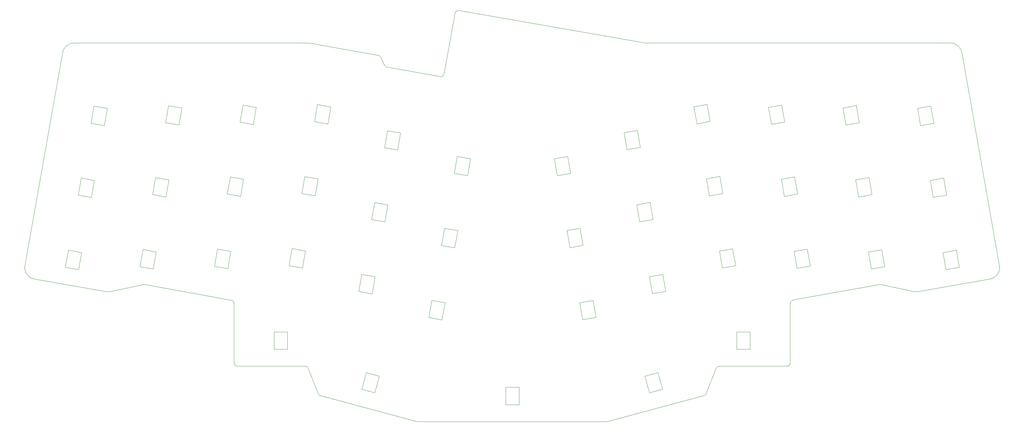
<source format=gm1>
G04 #@! TF.GenerationSoftware,KiCad,Pcbnew,7.0.1*
G04 #@! TF.CreationDate,2025-01-08T11:43:02+07:00*
G04 #@! TF.ProjectId,reviung41,72657669-756e-4673-9431-2e6b69636164,1.4*
G04 #@! TF.SameCoordinates,PX2faf080PY2faf080*
G04 #@! TF.FileFunction,Profile,NP*
%FSLAX46Y46*%
G04 Gerber Fmt 4.6, Leading zero omitted, Abs format (unit mm)*
G04 Created by KiCad (PCBNEW 7.0.1) date 2025-01-08 11:43:02*
%MOMM*%
%LPD*%
G01*
G04 APERTURE LIST*
%ADD10C,0.100000*%
G04 #@! TA.AperFunction,Profile*
%ADD11C,0.120000*%
G04 #@! TD*
G04 APERTURE END LIST*
D10*
X60603226Y-12334656D02*
X60546487Y-12223575D01*
X60477234Y-12121562D01*
X60396566Y-12029484D01*
X60305586Y-11948211D01*
X60205392Y-11878611D01*
X60097087Y-11821553D01*
X59981772Y-11777906D01*
X59860547Y-11748539D01*
X-22157225Y-11044414D02*
X-31966331Y-66513037D01*
X190879373Y-71501821D02*
X199296488Y-73287053D01*
X41724407Y-93358107D02*
X44237706Y-99832241D01*
X62174798Y-14830257D02*
X62053719Y-14800810D01*
X61938549Y-14757116D01*
X61830386Y-14700042D01*
X61730325Y-14630455D01*
X61639465Y-14549221D01*
X61558903Y-14457207D01*
X61489736Y-14355280D01*
X61433061Y-14244307D01*
X80935242Y-110192D02*
X80833650Y-97520D01*
X80733232Y-95202D01*
X80586081Y-110243D01*
X80444846Y-146284D01*
X80311494Y-201948D01*
X80187990Y-275859D01*
X80076299Y-366640D01*
X79978387Y-472916D01*
X79896219Y-593309D01*
X79831762Y-726445D01*
X79799599Y-821601D01*
X79776764Y-921401D01*
X166957833Y-76459590D02*
X166966811Y-76325375D01*
X166993030Y-76196121D01*
X167035412Y-76073112D01*
X167092881Y-75957636D01*
X167164362Y-75850976D01*
X167248777Y-75754417D01*
X167345052Y-75669246D01*
X167452109Y-75596747D01*
X167568872Y-75538207D01*
X167694266Y-75494909D01*
X167782125Y-75475147D01*
X77037491Y-16460793D02*
X77014621Y-16560713D01*
X76982404Y-16655976D01*
X76917830Y-16789241D01*
X76835511Y-16909727D01*
X76737423Y-17016054D01*
X76625537Y-17106842D01*
X76501827Y-17180714D01*
X76368267Y-17236288D01*
X76226830Y-17272187D01*
X76079490Y-17287030D01*
X75978958Y-17284548D01*
X75877264Y-17271686D01*
X167782125Y-75475147D02*
X190112996Y-71489415D01*
X23390000Y-92720000D02*
X40792187Y-92720000D01*
X199296488Y-73287053D02*
X199414570Y-73308417D01*
X199533486Y-73322641D01*
X199652913Y-73329717D01*
X199772527Y-73329641D01*
X199892008Y-73322407D01*
X200011032Y-73308010D01*
X200058442Y-73300244D01*
X147605375Y-93358841D02*
X147653005Y-93254108D01*
X147711424Y-93156902D01*
X147779745Y-93067830D01*
X147857085Y-92987497D01*
X147942559Y-92916508D01*
X148035284Y-92855471D01*
X148134374Y-92804990D01*
X148238946Y-92765671D01*
X148348115Y-92738120D01*
X148460998Y-92722944D01*
X148537879Y-92720000D01*
X61433061Y-14244307D02*
X60603226Y-12334656D01*
X59860547Y-11748539D02*
X41904428Y-8566954D01*
X44237706Y-99832241D02*
X44287172Y-99940204D01*
X44348386Y-100040520D01*
X44420443Y-100132378D01*
X44502439Y-100214969D01*
X44593469Y-100287481D01*
X44692630Y-100349103D01*
X44799017Y-100399026D01*
X44911727Y-100436439D01*
X200058442Y-73300244D02*
X218847815Y-69990145D01*
X-738545Y-71491728D02*
X21566204Y-75484389D01*
X145098354Y-99831900D02*
X147605375Y-93358841D01*
X21566204Y-75484389D02*
X21696687Y-75516860D01*
X21819258Y-75565417D01*
X21932841Y-75628774D01*
X22036361Y-75705647D01*
X22128744Y-75794752D01*
X22208915Y-75894805D01*
X22275799Y-76004522D01*
X22328322Y-76122618D01*
X22365409Y-76247810D01*
X22385985Y-76378813D01*
X22390000Y-76468743D01*
X166957833Y-91720000D02*
X166957833Y-76459590D01*
X79776764Y-921401D02*
X77037491Y-16460793D01*
X144424486Y-100436715D02*
X144537218Y-100399235D01*
X144643617Y-100349240D01*
X144742778Y-100287540D01*
X144833797Y-100214948D01*
X144915769Y-100132276D01*
X144987789Y-100040336D01*
X145048952Y-99939940D01*
X145098354Y-99831900D01*
X75877264Y-17271686D02*
X62174798Y-14830257D01*
X165957833Y-92720000D02*
X166060077Y-92714837D01*
X166159367Y-92699683D01*
X166301666Y-92659320D01*
X166434492Y-92599305D01*
X166556149Y-92521335D01*
X166664939Y-92427106D01*
X166759168Y-92318316D01*
X166837138Y-92196659D01*
X166897153Y-92063833D01*
X166937516Y-91921534D01*
X166952670Y-91822244D01*
X166957833Y-91720000D01*
X218847815Y-69990145D02*
X218999193Y-69959512D01*
X219147242Y-69921664D01*
X219291808Y-69876820D01*
X219432739Y-69825198D01*
X219569881Y-69767016D01*
X219703082Y-69702492D01*
X219832188Y-69631846D01*
X219957047Y-69555296D01*
X220077506Y-69473060D01*
X220193411Y-69385356D01*
X220304610Y-69292403D01*
X220410950Y-69194419D01*
X220512278Y-69091623D01*
X220608440Y-68984233D01*
X220699284Y-68872467D01*
X220784658Y-68756545D01*
X220864407Y-68636684D01*
X220938379Y-68513103D01*
X221006421Y-68386020D01*
X221068380Y-68255653D01*
X221124103Y-68122222D01*
X221173437Y-67985944D01*
X221216230Y-67847038D01*
X221252328Y-67705723D01*
X221281578Y-67562216D01*
X221303827Y-67416737D01*
X221318922Y-67269503D01*
X221326711Y-67120733D01*
X221327040Y-66970646D01*
X221319757Y-66819459D01*
X221304708Y-66667392D01*
X221281741Y-66514663D01*
X148537879Y-92720000D02*
X165957833Y-92720000D01*
X70098069Y-107167762D02*
X119284731Y-107167762D01*
X129286705Y-8566954D02*
X80935242Y-110192D01*
X119284731Y-107167762D02*
X144424486Y-100436715D01*
X-29532217Y-69990034D02*
X-10724116Y-73300537D01*
X-10724116Y-73300537D02*
X-10605771Y-73317737D01*
X-10486844Y-73327820D01*
X-10367653Y-73330792D01*
X-10248517Y-73326657D01*
X-10129756Y-73315422D01*
X-10011689Y-73297092D01*
X-9964727Y-73287775D01*
X-19203056Y-8566830D02*
X-19338854Y-8569869D01*
X-19473278Y-8578909D01*
X-19606186Y-8593829D01*
X-19737435Y-8614509D01*
X-19866881Y-8640828D01*
X-19994381Y-8672667D01*
X-20119791Y-8709905D01*
X-20242970Y-8752423D01*
X-20363773Y-8800101D01*
X-20482057Y-8852817D01*
X-20597680Y-8910453D01*
X-20710497Y-8972888D01*
X-20820366Y-9040001D01*
X-20927143Y-9111674D01*
X-21030686Y-9187785D01*
X-21130850Y-9268214D01*
X-21227494Y-9352842D01*
X-21320473Y-9441549D01*
X-21409645Y-9534214D01*
X-21494865Y-9630717D01*
X-21575992Y-9730938D01*
X-21652882Y-9834757D01*
X-21725391Y-9942054D01*
X-21793376Y-10052709D01*
X-21856695Y-10166601D01*
X-21915204Y-10283611D01*
X-21968759Y-10403618D01*
X-22017218Y-10526503D01*
X-22060437Y-10652145D01*
X-22098274Y-10780424D01*
X-22130584Y-10911220D01*
X-22157225Y-11044414D01*
X-31966331Y-66513037D02*
X-31989382Y-66665823D01*
X-32004507Y-66817949D01*
X-32011859Y-66969197D01*
X-32011591Y-67119347D01*
X-32003857Y-67268182D01*
X-31988810Y-67415481D01*
X-31966603Y-67561027D01*
X-31937388Y-67704601D01*
X-31901320Y-67845983D01*
X-31858551Y-67984956D01*
X-31809234Y-68121301D01*
X-31753522Y-68254798D01*
X-31691569Y-68385230D01*
X-31623528Y-68512377D01*
X-31549551Y-68636020D01*
X-31469792Y-68755942D01*
X-31384404Y-68871923D01*
X-31293540Y-68983745D01*
X-31197354Y-69091189D01*
X-31095997Y-69194036D01*
X-30989624Y-69292067D01*
X-30878388Y-69385064D01*
X-30762441Y-69472808D01*
X-30641937Y-69555080D01*
X-30517029Y-69631662D01*
X-30387870Y-69702335D01*
X-30254613Y-69766880D01*
X-30117411Y-69825079D01*
X-29976417Y-69876712D01*
X-29831785Y-69921562D01*
X-29683667Y-69959408D01*
X-29532217Y-69990034D01*
X22390000Y-76468743D02*
X22390000Y-91720000D01*
X190112996Y-71489415D02*
X190232409Y-71471801D01*
X190352427Y-71461436D01*
X190472721Y-71458316D01*
X190592964Y-71462434D01*
X190712827Y-71473786D01*
X190831982Y-71492366D01*
X190879373Y-71501821D01*
X22390000Y-91720000D02*
X22395162Y-91822244D01*
X22410316Y-91921534D01*
X22450679Y-92063833D01*
X22510694Y-92196659D01*
X22588664Y-92318316D01*
X22682893Y-92427106D01*
X22791683Y-92521335D01*
X22913340Y-92599305D01*
X23046166Y-92659320D01*
X23188465Y-92699683D01*
X23287755Y-92714837D01*
X23390000Y-92720000D01*
X40792187Y-92720000D02*
X40906975Y-92726581D01*
X41018646Y-92745924D01*
X41126317Y-92777424D01*
X41229105Y-92820476D01*
X41326128Y-92874476D01*
X41416503Y-92938820D01*
X41499346Y-93012904D01*
X41573776Y-93096123D01*
X41638909Y-93187873D01*
X41693862Y-93287550D01*
X41724407Y-93358107D01*
X-9964727Y-73287775D02*
X-1503643Y-71503476D01*
X221281741Y-66514663D02*
X211500450Y-11045975D01*
X-1503643Y-71503476D02*
X-1385042Y-71482174D01*
X-1265612Y-71468075D01*
X-1145680Y-71461183D01*
X-1025571Y-71461504D01*
X-905613Y-71469041D01*
X-786131Y-71483800D01*
X-738545Y-71491728D01*
X41904428Y-8566954D02*
X-19203056Y-8566830D01*
X211500450Y-11045975D02*
X211473862Y-10912719D01*
X211441600Y-10781860D01*
X211403807Y-10653518D01*
X211360627Y-10527812D01*
X211312202Y-10404864D01*
X211258675Y-10284793D01*
X211200191Y-10167721D01*
X211136893Y-10053766D01*
X211068923Y-9943049D01*
X210996425Y-9835692D01*
X210919543Y-9731813D01*
X210838420Y-9631533D01*
X210753199Y-9534972D01*
X210664024Y-9442251D01*
X210571037Y-9353490D01*
X210474382Y-9268809D01*
X210374203Y-9188329D01*
X210270643Y-9112169D01*
X210163844Y-9040450D01*
X210053951Y-8973293D01*
X209941107Y-8910817D01*
X209825455Y-8853142D01*
X209707139Y-8800390D01*
X209586301Y-8752680D01*
X209463085Y-8710133D01*
X209337635Y-8672868D01*
X209210093Y-8641006D01*
X209080604Y-8614668D01*
X208949309Y-8593973D01*
X208816354Y-8579042D01*
X208681881Y-8569996D01*
X208546033Y-8566954D01*
X44911727Y-100436439D02*
X70098069Y-107167762D01*
X208546033Y-8566954D02*
X129286705Y-8566954D01*
D11*
X76437640Y-80646144D02*
X72990813Y-80038376D01*
X72990813Y-80038376D02*
X73772230Y-75606741D01*
X73772230Y-75606741D02*
X77219057Y-76214510D01*
X77219057Y-76214510D02*
X76437640Y-80646144D01*
X127989187Y-35738376D02*
X124542360Y-36346144D01*
X124542360Y-36346144D02*
X123760943Y-31914510D01*
X123760943Y-31914510D02*
X127207770Y-31306741D01*
X127207770Y-31306741D02*
X127989187Y-35738376D01*
X152739187Y-66538376D02*
X149292360Y-67146144D01*
X149292360Y-67146144D02*
X148510943Y-62714510D01*
X148510943Y-62714510D02*
X151957770Y-62106741D01*
X151957770Y-62106741D02*
X152739187Y-66538376D01*
X58287640Y-73886144D02*
X54840813Y-73278376D01*
X54840813Y-73278376D02*
X55622230Y-68846741D01*
X55622230Y-68846741D02*
X59069057Y-69454510D01*
X59069057Y-69454510D02*
X58287640Y-73886144D01*
X-11342360Y-30036144D02*
X-14789187Y-29428376D01*
X-14789187Y-29428376D02*
X-14007770Y-24996741D01*
X-14007770Y-24996741D02*
X-10560943Y-25604510D01*
X-10560943Y-25604510D02*
X-11342360Y-30036144D01*
X24087640Y-48486144D02*
X20640813Y-47878376D01*
X20640813Y-47878376D02*
X21422230Y-43446741D01*
X21422230Y-43446741D02*
X24869057Y-44054510D01*
X24869057Y-44054510D02*
X24087640Y-48486144D01*
X1407640Y-67396144D02*
X-2039187Y-66788376D01*
X-2039187Y-66788376D02*
X-1257770Y-62356741D01*
X-1257770Y-62356741D02*
X2189057Y-62964510D01*
X2189057Y-62964510D02*
X1407640Y-67396144D01*
X43447640Y-48376144D02*
X40000813Y-47768376D01*
X40000813Y-47768376D02*
X40782230Y-43336741D01*
X40782230Y-43336741D02*
X44229057Y-43944510D01*
X44229057Y-43944510D02*
X43447640Y-48376144D01*
X207559187Y-48158376D02*
X204112360Y-48766144D01*
X204112360Y-48766144D02*
X203330943Y-44334510D01*
X203330943Y-44334510D02*
X206777770Y-43726741D01*
X206777770Y-43726741D02*
X207559187Y-48158376D01*
X131279187Y-54508376D02*
X127832360Y-55116144D01*
X127832360Y-55116144D02*
X127050943Y-50684510D01*
X127050943Y-50684510D02*
X130497770Y-50076741D01*
X130497770Y-50076741D02*
X131279187Y-54508376D01*
X156520000Y-88300000D02*
X153020000Y-88300000D01*
X153020000Y-88300000D02*
X153020000Y-83800000D01*
X153020000Y-83800000D02*
X156520000Y-83800000D01*
X156520000Y-83800000D02*
X156520000Y-88300000D01*
X210849187Y-66948376D02*
X207402360Y-67556144D01*
X207402360Y-67556144D02*
X206620943Y-63124510D01*
X206620943Y-63124510D02*
X210067770Y-62516741D01*
X210067770Y-62516741D02*
X210849187Y-66948376D01*
X191479187Y-66808376D02*
X188032360Y-67416144D01*
X188032360Y-67416144D02*
X187250943Y-62984510D01*
X187250943Y-62984510D02*
X190697770Y-62376741D01*
X190697770Y-62376741D02*
X191479187Y-66808376D01*
X165509187Y-29138376D02*
X162062360Y-29746144D01*
X162062360Y-29746144D02*
X161280943Y-25314510D01*
X161280943Y-25314510D02*
X164727770Y-24706741D01*
X164727770Y-24706741D02*
X165509187Y-29138376D01*
X20747640Y-67286144D02*
X17300813Y-66678376D01*
X17300813Y-66678376D02*
X18082230Y-62246741D01*
X18082230Y-62246741D02*
X21529057Y-62854510D01*
X21529057Y-62854510D02*
X20747640Y-67286144D01*
X146119187Y-28998376D02*
X142672360Y-29606144D01*
X142672360Y-29606144D02*
X141890943Y-25174510D01*
X141890943Y-25174510D02*
X145337770Y-24566741D01*
X145337770Y-24566741D02*
X146119187Y-28998376D01*
X113109187Y-61248376D02*
X109662360Y-61856144D01*
X109662360Y-61856144D02*
X108880943Y-57424510D01*
X108880943Y-57424510D02*
X112327770Y-56816741D01*
X112327770Y-56816741D02*
X113109187Y-61248376D01*
X172129187Y-66648376D02*
X168682360Y-67256144D01*
X168682360Y-67256144D02*
X167900943Y-62824510D01*
X167900943Y-62824510D02*
X171347770Y-62216741D01*
X171347770Y-62216741D02*
X172129187Y-66648376D01*
X188169187Y-48038376D02*
X184722360Y-48646144D01*
X184722360Y-48646144D02*
X183940943Y-44214510D01*
X183940943Y-44214510D02*
X187387770Y-43606741D01*
X187387770Y-43606741D02*
X188169187Y-48038376D01*
X184879187Y-29268376D02*
X181432360Y-29876144D01*
X181432360Y-29876144D02*
X180650943Y-25444510D01*
X180650943Y-25444510D02*
X184097770Y-24836741D01*
X184097770Y-24836741D02*
X184879187Y-29268376D01*
X4687640Y-48646144D02*
X1240813Y-48038376D01*
X1240813Y-48038376D02*
X2022230Y-43606741D01*
X2022230Y-43606741D02*
X5469057Y-44214510D01*
X5469057Y-44214510D02*
X4687640Y-48646144D01*
X96470000Y-102750000D02*
X92970000Y-102750000D01*
X92970000Y-102750000D02*
X92970000Y-98250000D01*
X92970000Y-98250000D02*
X96470000Y-98250000D01*
X96470000Y-98250000D02*
X96470000Y-102750000D01*
X83087640Y-43126144D02*
X79640813Y-42518376D01*
X79640813Y-42518376D02*
X80422230Y-38086741D01*
X80422230Y-38086741D02*
X83869057Y-38694510D01*
X83869057Y-38694510D02*
X83087640Y-43126144D01*
X40132260Y-67134515D02*
X36685433Y-66526747D01*
X36685433Y-66526747D02*
X37466850Y-62095112D01*
X37466850Y-62095112D02*
X40913677Y-62702881D01*
X40913677Y-62702881D02*
X40132260Y-67134515D01*
X149409187Y-47738376D02*
X145962360Y-48346144D01*
X145962360Y-48346144D02*
X145180943Y-43914510D01*
X145180943Y-43914510D02*
X148627770Y-43306741D01*
X148627770Y-43306741D02*
X149409187Y-47738376D01*
X116459187Y-80018376D02*
X113012360Y-80626144D01*
X113012360Y-80626144D02*
X112230943Y-76194510D01*
X112230943Y-76194510D02*
X115677770Y-75586741D01*
X115677770Y-75586741D02*
X116459187Y-80018376D01*
X-17992360Y-67556144D02*
X-21439187Y-66948376D01*
X-21439187Y-66948376D02*
X-20657770Y-62516741D01*
X-20657770Y-62516741D02*
X-17210943Y-63124510D01*
X-17210943Y-63124510D02*
X-17992360Y-67556144D01*
X64917640Y-36416144D02*
X61470813Y-35808376D01*
X61470813Y-35808376D02*
X62252230Y-31376741D01*
X62252230Y-31376741D02*
X65699057Y-31984510D01*
X65699057Y-31984510D02*
X64917640Y-36416144D01*
X61597640Y-55156144D02*
X58150813Y-54548376D01*
X58150813Y-54548376D02*
X58932230Y-50116741D01*
X58932230Y-50116741D02*
X62379057Y-50724510D01*
X62379057Y-50724510D02*
X61597640Y-55156144D01*
X58986784Y-99653740D02*
X55606043Y-98747873D01*
X55606043Y-98747873D02*
X56770729Y-94401208D01*
X56770729Y-94401208D02*
X60151469Y-95307074D01*
X60151469Y-95307074D02*
X58986784Y-99653740D01*
X168839187Y-47878376D02*
X165392360Y-48486144D01*
X165392360Y-48486144D02*
X164610943Y-44054510D01*
X164610943Y-44054510D02*
X168057770Y-43446741D01*
X168057770Y-43446741D02*
X168839187Y-47878376D01*
X27397640Y-29766144D02*
X23950813Y-29158376D01*
X23950813Y-29158376D02*
X24732230Y-24726741D01*
X24732230Y-24726741D02*
X28179057Y-25334510D01*
X28179057Y-25334510D02*
X27397640Y-29766144D01*
X46767640Y-29626144D02*
X43320813Y-29018376D01*
X43320813Y-29018376D02*
X44102230Y-24586741D01*
X44102230Y-24586741D02*
X47549057Y-25194510D01*
X47549057Y-25194510D02*
X46767640Y-29626144D01*
X133726218Y-98742992D02*
X130345477Y-99648858D01*
X130345477Y-99648858D02*
X129180792Y-95302192D01*
X129180792Y-95302192D02*
X132561532Y-94396326D01*
X132561532Y-94396326D02*
X133726218Y-98742992D01*
X134589187Y-73258376D02*
X131142360Y-73866144D01*
X131142360Y-73866144D02*
X130360943Y-69434510D01*
X130360943Y-69434510D02*
X133807770Y-68826741D01*
X133807770Y-68826741D02*
X134589187Y-73258376D01*
X8047640Y-29926144D02*
X4600813Y-29318376D01*
X4600813Y-29318376D02*
X5382230Y-24886741D01*
X5382230Y-24886741D02*
X8829057Y-25494510D01*
X8829057Y-25494510D02*
X8047640Y-29926144D01*
X79747640Y-61876144D02*
X76300813Y-61268376D01*
X76300813Y-61268376D02*
X77082230Y-56836741D01*
X77082230Y-56836741D02*
X80529057Y-57444510D01*
X80529057Y-57444510D02*
X79747640Y-61876144D01*
X-14672360Y-48766144D02*
X-18119187Y-48158376D01*
X-18119187Y-48158376D02*
X-17337770Y-43726741D01*
X-17337770Y-43726741D02*
X-13890943Y-44334510D01*
X-13890943Y-44334510D02*
X-14672360Y-48766144D01*
X109839187Y-42518376D02*
X106392360Y-43126144D01*
X106392360Y-43126144D02*
X105610943Y-38694510D01*
X105610943Y-38694510D02*
X109057770Y-38086741D01*
X109057770Y-38086741D02*
X109839187Y-42518376D01*
X204219187Y-29428376D02*
X200772360Y-30036144D01*
X200772360Y-30036144D02*
X199990943Y-25604510D01*
X199990943Y-25604510D02*
X203437770Y-24996741D01*
X203437770Y-24996741D02*
X204219187Y-29428376D01*
X36280000Y-88320000D02*
X32780000Y-88320000D01*
X32780000Y-88320000D02*
X32780000Y-83820000D01*
X32780000Y-83820000D02*
X36280000Y-83820000D01*
X36280000Y-83820000D02*
X36280000Y-88320000D01*
M02*

</source>
